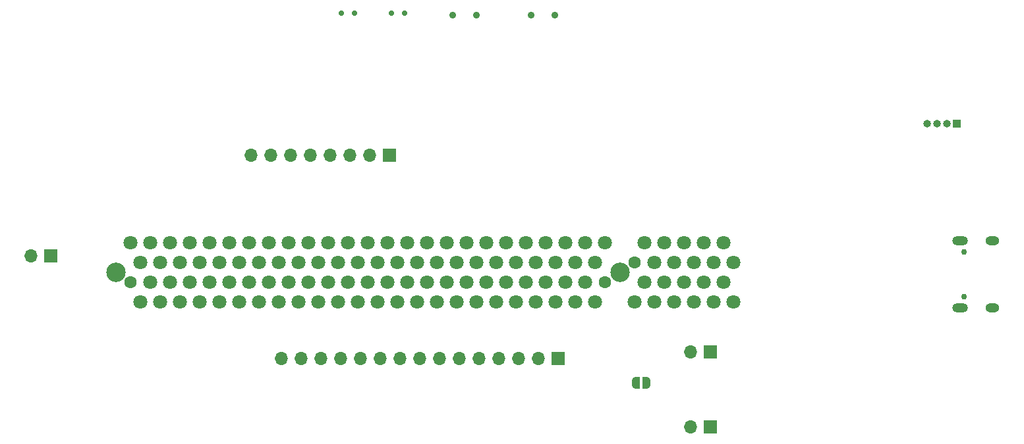
<source format=gbr>
%TF.GenerationSoftware,KiCad,Pcbnew,8.0.8*%
%TF.CreationDate,2025-04-06T01:52:48-03:00*%
%TF.ProjectId,nsec-badge-2025-baseboard,6e736563-2d62-4616-9467-652d32303235,rev?*%
%TF.SameCoordinates,Original*%
%TF.FileFunction,Soldermask,Bot*%
%TF.FilePolarity,Negative*%
%FSLAX46Y46*%
G04 Gerber Fmt 4.6, Leading zero omitted, Abs format (unit mm)*
G04 Created by KiCad (PCBNEW 8.0.8) date 2025-04-06 01:52:48*
%MOMM*%
%LPD*%
G01*
G04 APERTURE LIST*
G04 Aperture macros list*
%AMFreePoly0*
4,1,19,0.500000,-0.750000,0.000000,-0.750000,0.000000,-0.744911,-0.071157,-0.744911,-0.207708,-0.704816,-0.327430,-0.627875,-0.420627,-0.520320,-0.479746,-0.390866,-0.500000,-0.250000,-0.500000,0.250000,-0.479746,0.390866,-0.420627,0.520320,-0.327430,0.627875,-0.207708,0.704816,-0.071157,0.744911,0.000000,0.744911,0.000000,0.750000,0.500000,0.750000,0.500000,-0.750000,0.500000,-0.750000,
$1*%
%AMFreePoly1*
4,1,19,0.000000,0.744911,0.071157,0.744911,0.207708,0.704816,0.327430,0.627875,0.420627,0.520320,0.479746,0.390866,0.500000,0.250000,0.500000,-0.250000,0.479746,-0.390866,0.420627,-0.520320,0.327430,-0.627875,0.207708,-0.704816,0.071157,-0.744911,0.000000,-0.744911,0.000000,-0.750000,-0.500000,-0.750000,-0.500000,0.750000,0.000000,0.750000,0.000000,0.744911,0.000000,0.744911,
$1*%
G04 Aperture macros list end*
%ADD10R,1.700000X1.700000*%
%ADD11O,1.700000X1.700000*%
%ADD12C,1.800000*%
%ADD13C,1.600000*%
%ADD14C,2.500025*%
%ADD15O,1.800000X1.200000*%
%ADD16O,2.000000X1.200000*%
%ADD17C,0.750013*%
%ADD18C,0.700025*%
%ADD19O,1.000000X1.000000*%
%ADD20R,1.000000X1.000000*%
%ADD21FreePoly0,0.000000*%
%ADD22FreePoly1,0.000000*%
%ADD23C,0.900025*%
G04 APERTURE END LIST*
D10*
%TO.C,J1*%
X164450000Y-89400000D03*
D11*
X161910000Y-89400000D03*
X159370000Y-89400000D03*
X156830000Y-89400000D03*
X154290000Y-89400000D03*
X151750000Y-89400000D03*
X149210000Y-89400000D03*
X146670000Y-89400000D03*
X144130000Y-89400000D03*
X141590000Y-89400000D03*
X139050000Y-89400000D03*
X136510000Y-89400000D03*
X133970000Y-89400000D03*
X131430000Y-89400000D03*
X128890000Y-89400000D03*
%TD*%
D10*
%TO.C,J4*%
X184000000Y-88550000D03*
D11*
X181460000Y-88550000D03*
%TD*%
D12*
%TO.C,J5*%
X187000000Y-82135002D03*
X185729998Y-79594997D03*
X184459995Y-82135002D03*
X183189993Y-79594997D03*
X181919990Y-82135002D03*
X180649988Y-79594997D03*
X179379985Y-82135002D03*
X178109983Y-79594997D03*
X176839980Y-82135002D03*
X175569978Y-79594997D03*
X174299975Y-82174880D03*
D13*
X170489967Y-79634875D03*
D12*
X169219965Y-82174880D03*
X167949962Y-79634875D03*
X166679960Y-82174880D03*
X165409957Y-79634875D03*
X164139955Y-82174880D03*
X162869952Y-79634875D03*
X161599950Y-82174880D03*
X160329947Y-79634875D03*
X159059945Y-82174880D03*
X157789942Y-79634875D03*
X156519940Y-82174880D03*
X155249937Y-79634875D03*
X153979934Y-82174880D03*
X152709932Y-79634875D03*
X151439929Y-82174880D03*
X150169927Y-79634875D03*
X148899924Y-82174880D03*
X147629922Y-79634875D03*
X146359919Y-82174880D03*
X145089917Y-79634875D03*
X143819914Y-82174880D03*
X142549912Y-79634875D03*
X141279909Y-82174880D03*
X140009906Y-79634875D03*
X138739904Y-82174880D03*
X137469901Y-79634875D03*
X136199899Y-82174880D03*
X134929896Y-79634875D03*
X133659894Y-82174880D03*
X132389891Y-79634875D03*
X131119889Y-82174880D03*
X129849886Y-79634875D03*
X128579884Y-82174880D03*
X127309881Y-79634875D03*
X126039879Y-82174880D03*
X124769876Y-79634875D03*
X123499873Y-82174880D03*
X122229871Y-79634875D03*
X120959868Y-82174880D03*
X119689866Y-79634875D03*
X118419863Y-82174880D03*
X117149861Y-79634875D03*
X115879858Y-82174880D03*
X114609856Y-79634875D03*
X113339853Y-82174880D03*
X112069851Y-79634875D03*
X110799848Y-82174880D03*
D13*
X109529846Y-79634875D03*
D12*
X187000000Y-77054991D03*
X185729998Y-74514986D03*
X184459995Y-77054991D03*
X183189993Y-74514986D03*
X181919990Y-77054991D03*
X180649988Y-74514986D03*
X179379985Y-77054991D03*
X178109983Y-74514986D03*
X176839980Y-77054991D03*
X175569978Y-74514986D03*
D13*
X174299975Y-77054991D03*
D12*
X170489967Y-74554864D03*
X169219965Y-77054991D03*
X167949962Y-74554864D03*
X166679960Y-77054991D03*
X165409957Y-74554864D03*
X164139955Y-77054991D03*
X162869952Y-74554864D03*
X161599950Y-77054991D03*
X160329947Y-74554864D03*
X159059945Y-77054991D03*
X157789942Y-74554864D03*
X156519940Y-77054991D03*
X155249937Y-74554864D03*
X153979934Y-77054991D03*
X152709932Y-74554864D03*
X151439929Y-77054991D03*
X150169927Y-74554864D03*
X148899924Y-77054991D03*
X147629922Y-74554864D03*
X146359919Y-77054991D03*
X145089917Y-74554864D03*
X143819914Y-77054991D03*
X142549912Y-74554864D03*
X141279909Y-77054991D03*
X140009906Y-74554864D03*
X138739904Y-77054991D03*
X137469901Y-74554864D03*
X136199899Y-77054991D03*
X134929896Y-74554864D03*
X133659894Y-77054991D03*
X132389891Y-74554864D03*
X131119889Y-77054991D03*
X129849886Y-74554864D03*
X128579884Y-77054991D03*
X127309881Y-74554864D03*
X126039879Y-77054991D03*
X124769876Y-74554864D03*
X123499873Y-77054991D03*
X122229871Y-74554864D03*
X120959868Y-77054991D03*
X119689866Y-74554864D03*
X118419863Y-77054991D03*
X117149861Y-74554864D03*
X115879858Y-77054991D03*
X114609856Y-74554864D03*
X113339853Y-77054991D03*
X112069851Y-74554864D03*
X110799848Y-77054991D03*
X109529846Y-74554864D03*
D14*
X107624842Y-78364872D03*
X172394971Y-78364872D03*
%TD*%
D10*
%TO.C,J2*%
X142799965Y-63300000D03*
D11*
X140259965Y-63300000D03*
X137719965Y-63300000D03*
X135179965Y-63300000D03*
X132639965Y-63300000D03*
X130099965Y-63300000D03*
X127559965Y-63300000D03*
X125019965Y-63300000D03*
%TD*%
D10*
%TO.C,J6*%
X99250000Y-76250000D03*
D11*
X96710000Y-76250000D03*
%TD*%
D15*
%TO.C,U3*%
X220274041Y-82925121D03*
X220274041Y-74274879D03*
D16*
X216094209Y-74274879D03*
X216094209Y-82925121D03*
D17*
X216594336Y-75700076D03*
X216594336Y-81499924D03*
%TD*%
D10*
%TO.C,J3*%
X184000000Y-98225000D03*
D11*
X181460000Y-98225000D03*
%TD*%
D18*
%TO.C,U6*%
X144750140Y-45000000D03*
X143050114Y-45000000D03*
%TD*%
D19*
%TO.C,J7*%
X211890000Y-59200000D03*
X213160000Y-59200000D03*
X214430000Y-59200000D03*
D20*
X215700000Y-59200000D03*
%TD*%
D18*
%TO.C,U5*%
X138250140Y-45000000D03*
X136550114Y-45000000D03*
%TD*%
D21*
%TO.C,JP2*%
X174450000Y-92600000D03*
D22*
X175750000Y-92600000D03*
%TD*%
D23*
%TO.C,KEY1*%
X163999873Y-45250038D03*
X160999873Y-45250038D03*
%TD*%
%TO.C,KEY2*%
X153899873Y-45250038D03*
X150899873Y-45250038D03*
%TD*%
M02*

</source>
